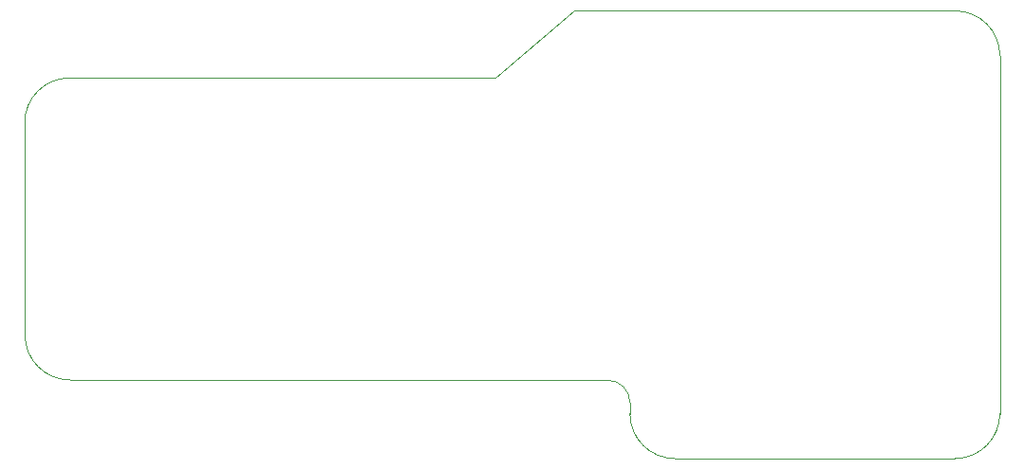
<source format=gbr>
%TF.GenerationSoftware,KiCad,Pcbnew,8.0.0*%
%TF.CreationDate,2024-06-13T14:54:28-05:00*%
%TF.ProjectId,SolarCheap,536f6c61-7243-4686-9561-702e6b696361,rev?*%
%TF.SameCoordinates,Original*%
%TF.FileFunction,Profile,NP*%
%FSLAX46Y46*%
G04 Gerber Fmt 4.6, Leading zero omitted, Abs format (unit mm)*
G04 Created by KiCad (PCBNEW 8.0.0) date 2024-06-13 14:54:28*
%MOMM*%
%LPD*%
G01*
G04 APERTURE LIST*
%TA.AperFunction,Profile*%
%ADD10C,0.050000*%
%TD*%
G04 APERTURE END LIST*
D10*
X111000000Y-114000000D02*
X149000000Y-114000000D01*
X149000000Y-114000000D02*
X156000000Y-108000000D01*
X107000000Y-118000000D02*
G75*
G02*
X111000000Y-114000000I4000000J0D01*
G01*
X194000000Y-112000000D02*
X194000000Y-144000000D01*
X161000000Y-144000000D02*
X161000000Y-143000000D01*
X159000000Y-141000000D02*
X111028427Y-140971573D01*
X107028427Y-136971573D02*
X107000000Y-118000000D01*
X194000000Y-144000000D02*
G75*
G02*
X190000000Y-148000000I-4000000J0D01*
G01*
X190000000Y-108000000D02*
G75*
G02*
X194000000Y-112000000I0J-4000000D01*
G01*
X190000000Y-148000000D02*
X165000000Y-148000000D01*
X165000000Y-148000000D02*
G75*
G02*
X161000000Y-144000000I0J4000000D01*
G01*
X159000000Y-141000000D02*
G75*
G02*
X161000000Y-143000000I0J-2000000D01*
G01*
X111028427Y-140971573D02*
G75*
G02*
X107028427Y-136971573I-27J3999973D01*
G01*
X156000000Y-108000000D02*
X190000000Y-108000000D01*
M02*

</source>
